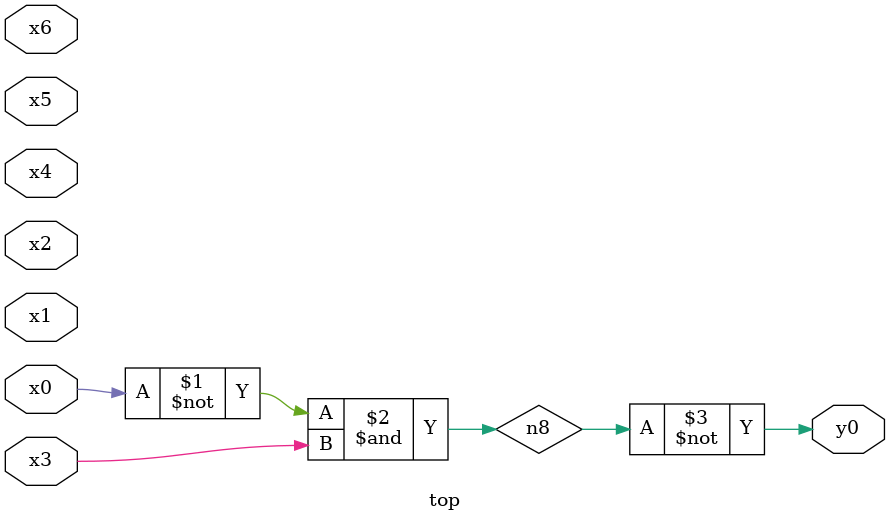
<source format=v>
module top( x0 , x1 , x2 , x3 , x4 , x5 , x6 , y0 );
  input x0 , x1 , x2 , x3 , x4 , x5 , x6 ;
  output y0 ;
  wire n8 ;
  assign n8 = ~x0 & x3 ;
  assign y0 = ~n8 ;
endmodule

</source>
